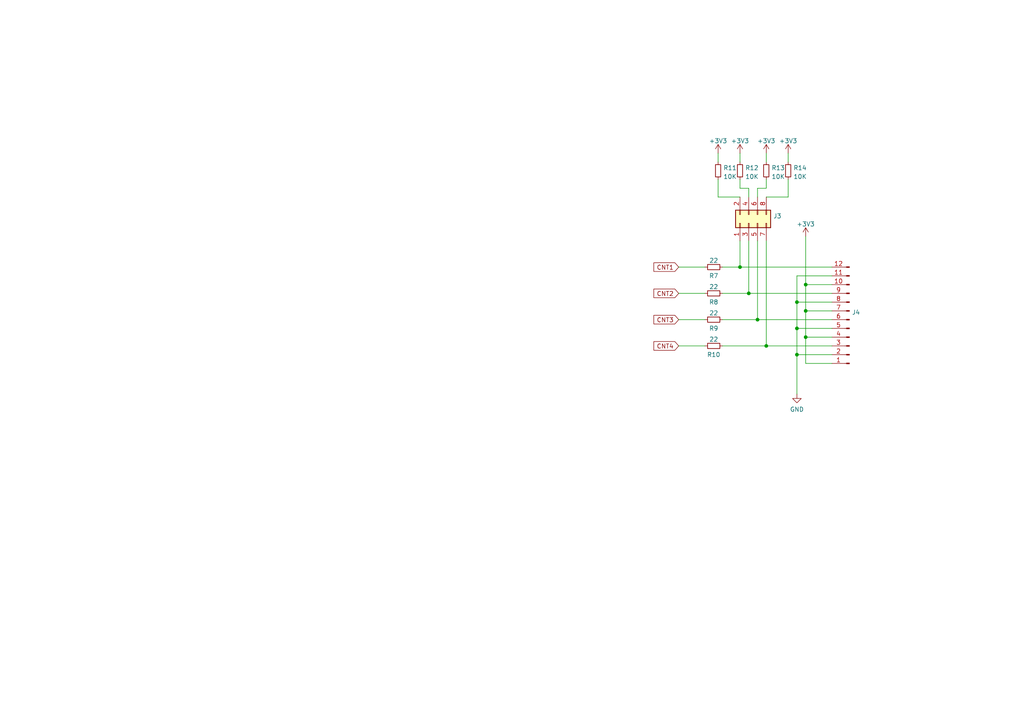
<source format=kicad_sch>
(kicad_sch (version 20250114) (generator "eeschema") (generator_version "9.0")
  (paper "A4")
  (title_block (title "Beijing version 2") (date "2022-06-09") (rev "A") (company "Grodans Paradis AB") (comment 1 "VSCP A/D module with CAN/EWifi and BLE communication"))
  (lib_symbols
    (symbol "Connector:Conn_01x12_Male" (pin_names (offset 1.016) (hide yes))
      (property "Reference" "J" (at 0 15.24 0))
      (property "Value" "Conn_01x12_Male" (at 0 -17.78 0))
      (symbol "Conn_01x12_Male_1_1"
        (rectangle (start 0.8636 12.827) (end 0 12.573) (stroke (width 0.1524)) (fill (type outline)))
        (rectangle (start 0.8636 10.287) (end 0 10.033) (stroke (width 0.1524)) (fill (type outline)))
        (rectangle (start 0.8636 7.747) (end 0 7.493) (stroke (width 0.1524)) (fill (type outline)))
        (rectangle (start 0.8636 5.207) (end 0 4.953) (stroke (width 0.1524)) (fill (type outline)))
        (rectangle (start 0.8636 2.667) (end 0 2.413) (stroke (width 0.1524)) (fill (type outline)))
        (rectangle (start 0.8636 0.127) (end 0 -0.127) (stroke (width 0.1524)) (fill (type outline)))
        (rectangle (start 0.8636 -2.413) (end 0 -2.667) (stroke (width 0.1524)) (fill (type outline)))
        (rectangle (start 0.8636 -4.953) (end 0 -5.207) (stroke (width 0.1524)) (fill (type outline)))
        (rectangle (start 0.8636 -7.493) (end 0 -7.747) (stroke (width 0.1524)) (fill (type outline)))
        (rectangle (start 0.8636 -10.033) (end 0 -10.287) (stroke (width 0.1524)) (fill (type outline)))
        (rectangle (start 0.8636 -12.573) (end 0 -12.827) (stroke (width 0.1524)) (fill (type outline)))
        (rectangle (start 0.8636 -15.113) (end 0 -15.367) (stroke (width 0.1524)) (fill (type outline)))
        (polyline (pts (xy 1.27 12.7) (xy 0.8636 12.7)) (stroke (width 0.1524)))
        (polyline (pts (xy 1.27 10.16) (xy 0.8636 10.16)) (stroke (width 0.1524)))
        (polyline (pts (xy 1.27 7.62) (xy 0.8636 7.62)) (stroke (width 0.1524)))
        (polyline (pts (xy 1.27 5.08) (xy 0.8636 5.08)) (stroke (width 0.1524)))
        (polyline (pts (xy 1.27 2.54) (xy 0.8636 2.54)) (stroke (width 0.1524)))
        (polyline (pts (xy 1.27 0) (xy 0.8636 0)) (stroke (width 0.1524)))
        (polyline (pts (xy 1.27 -2.54) (xy 0.8636 -2.54)) (stroke (width 0.1524)))
        (polyline (pts (xy 1.27 -5.08) (xy 0.8636 -5.08)) (stroke (width 0.1524)))
        (polyline (pts (xy 1.27 -7.62) (xy 0.8636 -7.62)) (stroke (width 0.1524)))
        (polyline (pts (xy 1.27 -10.16) (xy 0.8636 -10.16)) (stroke (width 0.1524)))
        (polyline (pts (xy 1.27 -12.7) (xy 0.8636 -12.7)) (stroke (width 0.1524)))
        (polyline (pts (xy 1.27 -15.24) (xy 0.8636 -15.24)) (stroke (width 0.1524)))
        (pin passive line (at 5.08 12.7 180) (length 3.81) (name "Pin_1") (number "1"))
        (pin passive line (at 5.08 10.16 180) (length 3.81) (name "Pin_2") (number "2"))
        (pin passive line (at 5.08 7.62 180) (length 3.81) (name "Pin_3") (number "3"))
        (pin passive line (at 5.08 5.08 180) (length 3.81) (name "Pin_4") (number "4"))
        (pin passive line (at 5.08 2.54 180) (length 3.81) (name "Pin_5") (number "5"))
        (pin passive line (at 5.08 0 180) (length 3.81) (name "Pin_6") (number "6"))
        (pin passive line (at 5.08 -2.54 180) (length 3.81) (name "Pin_7") (number "7"))
        (pin passive line (at 5.08 -5.08 180) (length 3.81) (name "Pin_8") (number "8"))
        (pin passive line (at 5.08 -7.62 180) (length 3.81) (name "Pin_9") (number "9"))
        (pin passive line (at 5.08 -10.16 180) (length 3.81) (name "Pin_10") (number "10"))
        (pin passive line (at 5.08 -12.7 180) (length 3.81) (name "Pin_11") (number "11"))
        (pin passive line (at 5.08 -15.24 180) (length 3.81) (name "Pin_12") (number "12"))
      )
    )
    (symbol "Connector_Generic:Conn_02x04_Odd_Even" (pin_names (offset 1.016) (hide yes))
      (property "Reference" "J" (at 1.27 5.08 0))
      (property "Value" "Conn_02x04_Odd_Even" (at 1.27 -7.62 0))
      (symbol "Conn_02x04_Odd_Even_1_1"
        (rectangle (start -1.27 3.81) (end 3.81 -6.35) (stroke (width 0.254)) (fill (type background)))
        (rectangle (start -1.27 2.667) (end 0 2.413) (stroke (width 0.1524)))
        (rectangle (start -1.27 0.127) (end 0 -0.127) (stroke (width 0.1524)))
        (rectangle (start -1.27 -2.413) (end 0 -2.667) (stroke (width 0.1524)))
        (rectangle (start -1.27 -4.953) (end 0 -5.207) (stroke (width 0.1524)))
        (rectangle (start 3.81 2.667) (end 2.54 2.413) (stroke (width 0.1524)))
        (rectangle (start 3.81 0.127) (end 2.54 -0.127) (stroke (width 0.1524)))
        (rectangle (start 3.81 -2.413) (end 2.54 -2.667) (stroke (width 0.1524)))
        (rectangle (start 3.81 -4.953) (end 2.54 -5.207) (stroke (width 0.1524)))
        (pin passive line (at -5.08 2.54 0) (length 3.81) (name "Pin_1") (number "1"))
        (pin passive line (at -5.08 0 0) (length 3.81) (name "Pin_3") (number "3"))
        (pin passive line (at -5.08 -2.54 0) (length 3.81) (name "Pin_5") (number "5"))
        (pin passive line (at -5.08 -5.08 0) (length 3.81) (name "Pin_7") (number "7"))
        (pin passive line (at 7.62 2.54 180) (length 3.81) (name "Pin_2") (number "2"))
        (pin passive line (at 7.62 0 180) (length 3.81) (name "Pin_4") (number "4"))
        (pin passive line (at 7.62 -2.54 180) (length 3.81) (name "Pin_6") (number "6"))
        (pin passive line (at 7.62 -5.08 180) (length 3.81) (name "Pin_8") (number "8"))
      )
    )
    (symbol "Device:R_Small" (pin_numbers (hide yes)) (pin_names (offset 0.254) (hide yes))
      (property "Reference" "R" (at 0.762 0.508 0))
      (property "Value" "R_Small" (at 0.762 -1.016 0))
      (symbol "R_Small_0_1"
        (rectangle (start -0.762 1.778) (end 0.762 -1.778) (stroke (width 0.2032)))
      )
      (symbol "R_Small_1_1"
        (pin passive line (at 0 2.54 270) (length 0.762) (name "~") (number "1"))
        (pin passive line (at 0 -2.54 90) (length 0.762) (name "~") (number "2"))
      )
    )
    (symbol "power:+3.3V" (power) (pin_names (offset 0))
      (property "Value" "+3.3V" (at 0 3.556 0))
      (symbol "+3.3V_0_1"
        (polyline (pts (xy -0.762 1.27) (xy 0 2.54)))
        (polyline (pts (xy 0 2.54) (xy 0.762 1.27)))
        (polyline (pts (xy 0 0) (xy 0 2.54)))
      )
      (symbol "+3.3V_1_1"
        (pin power_in line (at 0 0 90) (length 0) (hide yes) (name "+3V3") (number "1"))
      )
    )
    (symbol "power:GND" (power) (pin_names (offset 0))
      (property "Value" "GND" (at 0 -3.81 0))
      (symbol "GND_0_1"
        (polyline (pts (xy 0 0) (xy 0 -1.27) (xy 1.27 -1.27) (xy 0 -2.54) (xy -1.27 -1.27) (xy 0 -1.27)))
      )
      (symbol "GND_1_1"
        (pin power_in line (at 0 0 270) (length 0) (hide yes) (name "GND") (number "1"))
      )
    )
  )
  (junction (at 233.68 97.79))
  (junction (at 222.25 100.33))
  (junction (at 231.14 102.87))
  (junction (at 214.63 77.47))
  (junction (at 219.71 92.71))
  (junction (at 233.68 82.55))
  (junction (at 217.17 85.09))
  (junction (at 231.14 87.63))
  (junction (at 233.68 90.17))
  (junction (at 231.14 95.25))
  (wire (pts (xy 214.63 44.45) (xy 214.63 46.99)))
  (wire (pts (xy 231.14 87.63) (xy 231.14 95.25)))
  (wire (pts (xy 231.14 80.01) (xy 231.14 87.63)))
  (wire (pts (xy 241.3 105.41) (xy 233.68 105.41)))
  (wire (pts (xy 241.3 95.25) (xy 231.14 95.25)))
  (wire (pts (xy 208.28 57.15) (xy 214.63 57.15)))
  (wire (pts (xy 214.63 69.85) (xy 214.63 77.47)))
  (wire (pts (xy 233.68 97.79) (xy 241.3 97.79)))
  (wire (pts (xy 219.71 54.61) (xy 222.25 54.61)))
  (wire (pts (xy 196.85 85.09) (xy 204.47 85.09)))
  (wire (pts (xy 209.55 77.47) (xy 214.63 77.47)))
  (wire (pts (xy 222.25 52.07) (xy 222.25 54.61)))
  (wire (pts (xy 214.63 77.47) (xy 241.3 77.47)))
  (wire (pts (xy 233.68 82.55) (xy 241.3 82.55)))
  (wire (pts (xy 231.14 102.87) (xy 231.14 114.3)))
  (wire (pts (xy 196.85 92.71) (xy 204.47 92.71)))
  (wire (pts (xy 233.68 68.58) (xy 233.68 82.55)))
  (wire (pts (xy 209.55 92.71) (xy 219.71 92.71)))
  (wire (pts (xy 233.68 97.79) (xy 233.68 105.41)))
  (wire (pts (xy 217.17 57.15) (xy 217.17 54.61)))
  (wire (pts (xy 231.14 87.63) (xy 241.3 87.63)))
  (wire (pts (xy 219.71 69.85) (xy 219.71 92.71)))
  (wire (pts (xy 219.71 57.15) (xy 219.71 54.61)))
  (wire (pts (xy 209.55 100.33) (xy 222.25 100.33)))
  (wire (pts (xy 196.85 77.47) (xy 204.47 77.47)))
  (wire (pts (xy 209.55 85.09) (xy 217.17 85.09)))
  (wire (pts (xy 233.68 90.17) (xy 233.68 97.79)))
  (wire (pts (xy 222.25 44.45) (xy 222.25 46.99)))
  (wire (pts (xy 241.3 80.01) (xy 231.14 80.01)))
  (wire (pts (xy 222.25 69.85) (xy 222.25 100.33)))
  (wire (pts (xy 222.25 100.33) (xy 241.3 100.33)))
  (wire (pts (xy 217.17 69.85) (xy 217.17 85.09)))
  (wire (pts (xy 217.17 85.09) (xy 241.3 85.09)))
  (wire (pts (xy 231.14 95.25) (xy 231.14 102.87)))
  (wire (pts (xy 228.6 44.45) (xy 228.6 46.99)))
  (wire (pts (xy 208.28 44.45) (xy 208.28 46.99)))
  (wire (pts (xy 214.63 54.61) (xy 214.63 52.07)))
  (wire (pts (xy 219.71 92.71) (xy 241.3 92.71)))
  (wire (pts (xy 217.17 54.61) (xy 214.63 54.61)))
  (wire (pts (xy 233.68 82.55) (xy 233.68 90.17)))
  (wire (pts (xy 233.68 90.17) (xy 241.3 90.17)))
  (wire (pts (xy 228.6 52.07) (xy 228.6 57.15)))
  (wire (pts (xy 222.25 57.15) (xy 228.6 57.15)))
  (wire (pts (xy 208.28 52.07) (xy 208.28 57.15)))
  (wire (pts (xy 241.3 102.87) (xy 231.14 102.87)))
  (wire (pts (xy 196.85 100.33) (xy 204.47 100.33)))
  (global_label "CNT1" (shape input) (at 196.85 77.47 180) (property "Intersheetrefs" "${INTERSHEET_REFS}" (at 189.6593 77.3906 0) (effects (justify right))))
  (global_label "CNT4" (shape input) (at 196.85 100.33 180) (property "Intersheetrefs" "${INTERSHEET_REFS}" (at 189.6593 100.2506 0) (effects (justify right))))
  (global_label "CNT2" (shape input) (at 196.85 85.09 180) (property "Intersheetrefs" "${INTERSHEET_REFS}" (at 189.6593 85.0106 0) (effects (justify right))))
  (global_label "CNT3" (shape input) (at 196.85 92.71 180) (property "Intersheetrefs" "${INTERSHEET_REFS}" (at 189.6593 92.6306 0) (effects (justify right))))
  (symbol (lib_id "power:+3.3V") (at 228.6 44.45 0) (unit 1)
    (property "Reference" "#PWR0128" (effects (hide yes)))
    (property "Value" "+3V3" (at 228.6 40.8742 0))
  )
  (symbol (lib_id "power:+3.3V") (at 208.28 44.45 0) (unit 1)
    (property "Reference" "#PWR0131" (effects (hide yes)))
    (property "Value" "+3V3" (at 208.28 40.8742 0))
  )
  (symbol (lib_id "Device:R_Small") (at 207.01 77.47 90) (unit 1)
    (property "Reference" "R7" (at 207.01 80.01 90))
    (property "Value" "22" (at 207.01 75.5705 90))
    (property "Footprint" "Resistor_SMD:R_0805_2012Metric" (effects (hide yes)))
  )
  (symbol (lib_id "power:GND") (at 231.14 114.3 0) (unit 1)
    (property "Reference" "#PWR0133" (effects (hide yes)))
    (property "Value" "GND" (at 231.14 118.7434 0))
  )
  (symbol (lib_id "Device:R_Small") (at 228.6 49.53 180) (unit 1)
    (property "Reference" "R14" (at 230.0986 48.6953 0) (effects (justify right)))
    (property "Value" "10K" (at 230.0986 51.2322 0) (effects (justify right)))
    (property "Footprint" "Resistor_SMD:R_0805_2012Metric" (effects (hide yes)))
  )
  (symbol (lib_id "Device:R_Small") (at 214.63 49.53 180) (unit 1)
    (property "Reference" "R12" (at 216.1286 48.6953 0) (effects (justify right)))
    (property "Value" "10K" (at 216.1286 51.2322 0) (effects (justify right)))
    (property "Footprint" "Resistor_SMD:R_0805_2012Metric" (effects (hide yes)))
  )
  (symbol (lib_id "Device:R_Small") (at 207.01 100.33 90) (unit 1)
    (property "Reference" "R10" (at 207.01 102.87 90))
    (property "Value" "22" (at 207.01 98.4305 90))
    (property "Footprint" "Resistor_SMD:R_0805_2012Metric" (effects (hide yes)))
  )
  (symbol (lib_id "Device:R_Small") (at 208.28 49.53 180) (unit 1)
    (property "Reference" "R11" (at 209.7786 48.6953 0) (effects (justify right)))
    (property "Value" "10K" (at 209.7786 51.2322 0) (effects (justify right)))
    (property "Footprint" "Resistor_SMD:R_0805_2012Metric" (effects (hide yes)))
  )
  (symbol (lib_id "power:+3.3V") (at 214.63 44.45 0) (unit 1)
    (property "Reference" "#PWR0132" (effects (hide yes)))
    (property "Value" "+3V3" (at 214.63 40.8742 0))
  )
  (symbol (lib_id "Connector:Conn_01x12_Male") (at 246.38 92.71 180) (unit 1)
    (property "Reference" "J4" (at 247.0912 90.6053 0) (effects (justify right)))
    (property "Value" "Conn_01x12_Male" (effects (hide yes)))
    (property "Footprint" "Connector_Phoenix_MC:PhoenixContact_MCV_1,5_12-G-3.5_1x12_P3.50mm_Vertical" (effects (hide yes)))
  )
  (symbol (lib_id "power:+3.3V") (at 222.25 44.45 0) (unit 1)
    (property "Reference" "#PWR0129" (effects (hide yes)))
    (property "Value" "+3V3" (at 222.25 40.8742 0))
  )
  (symbol (lib_id "power:+3.3V") (at 233.68 68.58 0) (unit 1)
    (property "Reference" "#PWR0130" (effects (hide yes)))
    (property "Value" "+3V3" (at 233.68 65.0042 0))
  )
  (symbol (lib_id "Device:R_Small") (at 207.01 92.71 90) (unit 1)
    (property "Reference" "R9" (at 207.01 95.25 90))
    (property "Value" "22" (at 207.01 90.8105 90))
    (property "Footprint" "Resistor_SMD:R_0805_2012Metric" (effects (hide yes)))
  )
  (symbol (lib_id "Connector_Generic:Conn_02x04_Odd_Even") (at 217.17 64.77 90) (unit 1)
    (property "Reference" "J3" (at 224.282 62.6653 90) (effects (justify right)))
    (property "Value" "Conn_02x04_Counter_Clockwise" (effects (hide yes)))
    (property "Footprint" "Connector_PinHeader_2.54mm:PinHeader_2x04_P2.54mm_Vertical" (effects (hide yes)))
  )
  (symbol (lib_id "Device:R_Small") (at 207.01 85.09 270) (unit 1)
    (property "Reference" "R8" (at 207.01 87.63 90))
    (property "Value" "22" (at 207.01 83.1905 90))
    (property "Footprint" "Resistor_SMD:R_0805_2012Metric" (effects (hide yes)))
  )
  (symbol (lib_id "Device:R_Small") (at 222.25 49.53 180) (unit 1)
    (property "Reference" "R13" (at 223.7486 48.6953 0) (effects (justify right)))
    (property "Value" "10K" (at 223.7486 51.2322 0) (effects (justify right)))
    (property "Footprint" "Resistor_SMD:R_0805_2012Metric" (effects (hide yes)))
  )
)
</source>
